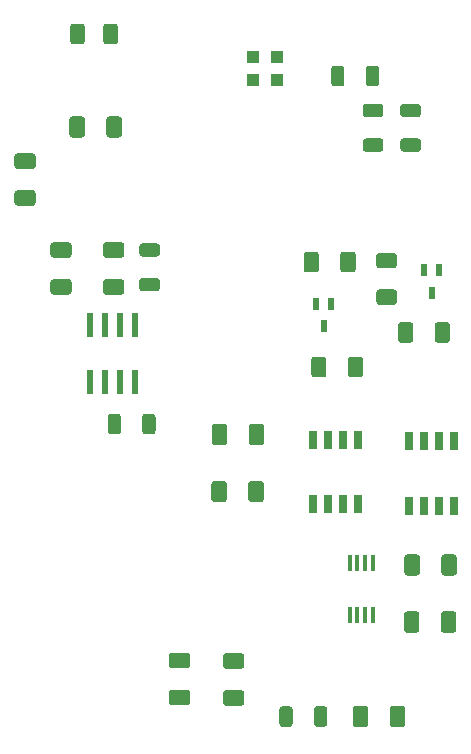
<source format=gbr>
%TF.GenerationSoftware,KiCad,Pcbnew,(5.1.12)-1*%
%TF.CreationDate,2021-12-15T12:49:01+01:00*%
%TF.ProjectId,HorseFOT_thomas_v1,486f7273-6546-44f5-945f-74686f6d6173,rev?*%
%TF.SameCoordinates,Original*%
%TF.FileFunction,Paste,Bot*%
%TF.FilePolarity,Positive*%
%FSLAX46Y46*%
G04 Gerber Fmt 4.6, Leading zero omitted, Abs format (unit mm)*
G04 Created by KiCad (PCBNEW (5.1.12)-1) date 2021-12-15 12:49:01*
%MOMM*%
%LPD*%
G01*
G04 APERTURE LIST*
%ADD10R,0.610000X2.030000*%
%ADD11R,1.000000X1.000000*%
%ADD12R,0.450000X1.400000*%
%ADD13R,0.700000X1.550000*%
%ADD14R,0.550000X1.000000*%
G04 APERTURE END LIST*
D10*
%TO.C,IC1*%
X148717000Y-79920000D03*
X149987000Y-79920000D03*
X151257000Y-79920000D03*
X152527000Y-79920000D03*
X152527000Y-75020000D03*
X151257000Y-75020000D03*
X149987000Y-75020000D03*
X148717000Y-75020000D03*
%TD*%
D11*
%TO.C,IC2*%
X164576000Y-52340000D03*
X162576000Y-52340000D03*
X162576000Y-54340000D03*
X164576000Y-54340000D03*
%TD*%
D12*
%TO.C,U5*%
X172679000Y-95209000D03*
X172029000Y-95209000D03*
X171379000Y-95209000D03*
X170729000Y-95209000D03*
X170729000Y-99609000D03*
X171379000Y-99609000D03*
X172029000Y-99609000D03*
X172679000Y-99609000D03*
%TD*%
D13*
%TO.C,U4*%
X171450000Y-84778000D03*
X170180000Y-84778000D03*
X168910000Y-84778000D03*
X167640000Y-84778000D03*
X167640000Y-90228000D03*
X168910000Y-90228000D03*
X170180000Y-90228000D03*
X171450000Y-90228000D03*
%TD*%
%TO.C,U3*%
X179578000Y-84905000D03*
X178308000Y-84905000D03*
X177038000Y-84905000D03*
X175768000Y-84905000D03*
X175768000Y-90355000D03*
X177038000Y-90355000D03*
X178308000Y-90355000D03*
X179578000Y-90355000D03*
%TD*%
%TO.C,R11*%
G36*
G01*
X168772000Y-77987999D02*
X168772000Y-79238001D01*
G75*
G02*
X168522001Y-79488000I-249999J0D01*
G01*
X167721999Y-79488000D01*
G75*
G02*
X167472000Y-79238001I0J249999D01*
G01*
X167472000Y-77987999D01*
G75*
G02*
X167721999Y-77738000I249999J0D01*
G01*
X168522001Y-77738000D01*
G75*
G02*
X168772000Y-77987999I0J-249999D01*
G01*
G37*
G36*
G01*
X171872000Y-77987999D02*
X171872000Y-79238001D01*
G75*
G02*
X171622001Y-79488000I-249999J0D01*
G01*
X170821999Y-79488000D01*
G75*
G02*
X170572000Y-79238001I0J249999D01*
G01*
X170572000Y-77987999D01*
G75*
G02*
X170821999Y-77738000I249999J0D01*
G01*
X171622001Y-77738000D01*
G75*
G02*
X171872000Y-77987999I0J-249999D01*
G01*
G37*
%TD*%
%TO.C,R10*%
G36*
G01*
X176138000Y-75066999D02*
X176138000Y-76317001D01*
G75*
G02*
X175888001Y-76567000I-249999J0D01*
G01*
X175087999Y-76567000D01*
G75*
G02*
X174838000Y-76317001I0J249999D01*
G01*
X174838000Y-75066999D01*
G75*
G02*
X175087999Y-74817000I249999J0D01*
G01*
X175888001Y-74817000D01*
G75*
G02*
X176138000Y-75066999I0J-249999D01*
G01*
G37*
G36*
G01*
X179238000Y-75066999D02*
X179238000Y-76317001D01*
G75*
G02*
X178988001Y-76567000I-249999J0D01*
G01*
X178187999Y-76567000D01*
G75*
G02*
X177938000Y-76317001I0J249999D01*
G01*
X177938000Y-75066999D01*
G75*
G02*
X178187999Y-74817000I249999J0D01*
G01*
X178988001Y-74817000D01*
G75*
G02*
X179238000Y-75066999I0J-249999D01*
G01*
G37*
%TD*%
%TO.C,R9*%
G36*
G01*
X169937000Y-70348001D02*
X169937000Y-69097999D01*
G75*
G02*
X170186999Y-68848000I249999J0D01*
G01*
X170987001Y-68848000D01*
G75*
G02*
X171237000Y-69097999I0J-249999D01*
G01*
X171237000Y-70348001D01*
G75*
G02*
X170987001Y-70598000I-249999J0D01*
G01*
X170186999Y-70598000D01*
G75*
G02*
X169937000Y-70348001I0J249999D01*
G01*
G37*
G36*
G01*
X166837000Y-70348001D02*
X166837000Y-69097999D01*
G75*
G02*
X167086999Y-68848000I249999J0D01*
G01*
X167887001Y-68848000D01*
G75*
G02*
X168137000Y-69097999I0J-249999D01*
G01*
X168137000Y-70348001D01*
G75*
G02*
X167887001Y-70598000I-249999J0D01*
G01*
X167086999Y-70598000D01*
G75*
G02*
X166837000Y-70348001I0J249999D01*
G01*
G37*
%TD*%
%TO.C,R8*%
G36*
G01*
X174488001Y-70246000D02*
X173237999Y-70246000D01*
G75*
G02*
X172988000Y-69996001I0J249999D01*
G01*
X172988000Y-69195999D01*
G75*
G02*
X173237999Y-68946000I249999J0D01*
G01*
X174488001Y-68946000D01*
G75*
G02*
X174738000Y-69195999I0J-249999D01*
G01*
X174738000Y-69996001D01*
G75*
G02*
X174488001Y-70246000I-249999J0D01*
G01*
G37*
G36*
G01*
X174488001Y-73346000D02*
X173237999Y-73346000D01*
G75*
G02*
X172988000Y-73096001I0J249999D01*
G01*
X172988000Y-72295999D01*
G75*
G02*
X173237999Y-72046000I249999J0D01*
G01*
X174488001Y-72046000D01*
G75*
G02*
X174738000Y-72295999I0J-249999D01*
G01*
X174738000Y-73096001D01*
G75*
G02*
X174488001Y-73346000I-249999J0D01*
G01*
G37*
%TD*%
%TO.C,R6*%
G36*
G01*
X165912500Y-107578998D02*
X165912500Y-108829002D01*
G75*
G02*
X165662502Y-109079000I-249998J0D01*
G01*
X165037498Y-109079000D01*
G75*
G02*
X164787500Y-108829002I0J249998D01*
G01*
X164787500Y-107578998D01*
G75*
G02*
X165037498Y-107329000I249998J0D01*
G01*
X165662502Y-107329000D01*
G75*
G02*
X165912500Y-107578998I0J-249998D01*
G01*
G37*
G36*
G01*
X168837500Y-107578998D02*
X168837500Y-108829002D01*
G75*
G02*
X168587502Y-109079000I-249998J0D01*
G01*
X167962498Y-109079000D01*
G75*
G02*
X167712500Y-108829002I0J249998D01*
G01*
X167712500Y-107578998D01*
G75*
G02*
X167962498Y-107329000I249998J0D01*
G01*
X168587502Y-107329000D01*
G75*
G02*
X168837500Y-107578998I0J-249998D01*
G01*
G37*
%TD*%
%TO.C,R5*%
G36*
G01*
X153171998Y-71069500D02*
X154422002Y-71069500D01*
G75*
G02*
X154672000Y-71319498I0J-249998D01*
G01*
X154672000Y-71944502D01*
G75*
G02*
X154422002Y-72194500I-249998J0D01*
G01*
X153171998Y-72194500D01*
G75*
G02*
X152922000Y-71944502I0J249998D01*
G01*
X152922000Y-71319498D01*
G75*
G02*
X153171998Y-71069500I249998J0D01*
G01*
G37*
G36*
G01*
X153171998Y-68144500D02*
X154422002Y-68144500D01*
G75*
G02*
X154672000Y-68394498I0J-249998D01*
G01*
X154672000Y-69019502D01*
G75*
G02*
X154422002Y-69269500I-249998J0D01*
G01*
X153171998Y-69269500D01*
G75*
G02*
X152922000Y-69019502I0J249998D01*
G01*
X152922000Y-68394498D01*
G75*
G02*
X153171998Y-68144500I249998J0D01*
G01*
G37*
%TD*%
%TO.C,R4*%
G36*
G01*
X153173000Y-84064002D02*
X153173000Y-82813998D01*
G75*
G02*
X153422998Y-82564000I249998J0D01*
G01*
X154048002Y-82564000D01*
G75*
G02*
X154298000Y-82813998I0J-249998D01*
G01*
X154298000Y-84064002D01*
G75*
G02*
X154048002Y-84314000I-249998J0D01*
G01*
X153422998Y-84314000D01*
G75*
G02*
X153173000Y-84064002I0J249998D01*
G01*
G37*
G36*
G01*
X150248000Y-84064002D02*
X150248000Y-82813998D01*
G75*
G02*
X150497998Y-82564000I249998J0D01*
G01*
X151123002Y-82564000D01*
G75*
G02*
X151373000Y-82813998I0J-249998D01*
G01*
X151373000Y-84064002D01*
G75*
G02*
X151123002Y-84314000I-249998J0D01*
G01*
X150497998Y-84314000D01*
G75*
G02*
X150248000Y-84064002I0J249998D01*
G01*
G37*
%TD*%
%TO.C,R3*%
G36*
G01*
X175269998Y-59258500D02*
X176520002Y-59258500D01*
G75*
G02*
X176770000Y-59508498I0J-249998D01*
G01*
X176770000Y-60133502D01*
G75*
G02*
X176520002Y-60383500I-249998J0D01*
G01*
X175269998Y-60383500D01*
G75*
G02*
X175020000Y-60133502I0J249998D01*
G01*
X175020000Y-59508498D01*
G75*
G02*
X175269998Y-59258500I249998J0D01*
G01*
G37*
G36*
G01*
X175269998Y-56333500D02*
X176520002Y-56333500D01*
G75*
G02*
X176770000Y-56583498I0J-249998D01*
G01*
X176770000Y-57208502D01*
G75*
G02*
X176520002Y-57458500I-249998J0D01*
G01*
X175269998Y-57458500D01*
G75*
G02*
X175020000Y-57208502I0J249998D01*
G01*
X175020000Y-56583498D01*
G75*
G02*
X175269998Y-56333500I249998J0D01*
G01*
G37*
%TD*%
%TO.C,R2*%
G36*
G01*
X172094998Y-59258500D02*
X173345002Y-59258500D01*
G75*
G02*
X173595000Y-59508498I0J-249998D01*
G01*
X173595000Y-60133502D01*
G75*
G02*
X173345002Y-60383500I-249998J0D01*
G01*
X172094998Y-60383500D01*
G75*
G02*
X171845000Y-60133502I0J249998D01*
G01*
X171845000Y-59508498D01*
G75*
G02*
X172094998Y-59258500I249998J0D01*
G01*
G37*
G36*
G01*
X172094998Y-56333500D02*
X173345002Y-56333500D01*
G75*
G02*
X173595000Y-56583498I0J-249998D01*
G01*
X173595000Y-57208502D01*
G75*
G02*
X173345002Y-57458500I-249998J0D01*
G01*
X172094998Y-57458500D01*
G75*
G02*
X171845000Y-57208502I0J249998D01*
G01*
X171845000Y-56583498D01*
G75*
G02*
X172094998Y-56333500I249998J0D01*
G01*
G37*
%TD*%
%TO.C,R1*%
G36*
G01*
X172096000Y-54600002D02*
X172096000Y-53349998D01*
G75*
G02*
X172345998Y-53100000I249998J0D01*
G01*
X172971002Y-53100000D01*
G75*
G02*
X173221000Y-53349998I0J-249998D01*
G01*
X173221000Y-54600002D01*
G75*
G02*
X172971002Y-54850000I-249998J0D01*
G01*
X172345998Y-54850000D01*
G75*
G02*
X172096000Y-54600002I0J249998D01*
G01*
G37*
G36*
G01*
X169171000Y-54600002D02*
X169171000Y-53349998D01*
G75*
G02*
X169420998Y-53100000I249998J0D01*
G01*
X170046002Y-53100000D01*
G75*
G02*
X170296000Y-53349998I0J-249998D01*
G01*
X170296000Y-54600002D01*
G75*
G02*
X170046002Y-54850000I-249998J0D01*
G01*
X169420998Y-54850000D01*
G75*
G02*
X169171000Y-54600002I0J249998D01*
G01*
G37*
%TD*%
D14*
%TO.C,Q2*%
X168544000Y-75179000D03*
X169194000Y-73279000D03*
X167894000Y-73279000D03*
%TD*%
%TO.C,Q1*%
X177673000Y-72324000D03*
X178323000Y-70424000D03*
X177023000Y-70424000D03*
%TD*%
%TO.C,D1*%
G36*
G01*
X149870000Y-51044000D02*
X149870000Y-49794000D01*
G75*
G02*
X150120000Y-49544000I250000J0D01*
G01*
X150870000Y-49544000D01*
G75*
G02*
X151120000Y-49794000I0J-250000D01*
G01*
X151120000Y-51044000D01*
G75*
G02*
X150870000Y-51294000I-250000J0D01*
G01*
X150120000Y-51294000D01*
G75*
G02*
X149870000Y-51044000I0J250000D01*
G01*
G37*
G36*
G01*
X147070000Y-51044000D02*
X147070000Y-49794000D01*
G75*
G02*
X147320000Y-49544000I250000J0D01*
G01*
X148070000Y-49544000D01*
G75*
G02*
X148320000Y-49794000I0J-250000D01*
G01*
X148320000Y-51044000D01*
G75*
G02*
X148070000Y-51294000I-250000J0D01*
G01*
X147320000Y-51294000D01*
G75*
G02*
X147070000Y-51044000I0J250000D01*
G01*
G37*
%TD*%
%TO.C,CopAMP2*%
G36*
G01*
X161559002Y-104167500D02*
X160258998Y-104167500D01*
G75*
G02*
X160009000Y-103917502I0J249998D01*
G01*
X160009000Y-103092498D01*
G75*
G02*
X160258998Y-102842500I249998J0D01*
G01*
X161559002Y-102842500D01*
G75*
G02*
X161809000Y-103092498I0J-249998D01*
G01*
X161809000Y-103917502D01*
G75*
G02*
X161559002Y-104167500I-249998J0D01*
G01*
G37*
G36*
G01*
X161559002Y-107292500D02*
X160258998Y-107292500D01*
G75*
G02*
X160009000Y-107042502I0J249998D01*
G01*
X160009000Y-106217498D01*
G75*
G02*
X160258998Y-105967500I249998J0D01*
G01*
X161559002Y-105967500D01*
G75*
G02*
X161809000Y-106217498I0J-249998D01*
G01*
X161809000Y-107042502D01*
G75*
G02*
X161559002Y-107292500I-249998J0D01*
G01*
G37*
%TD*%
%TO.C,CopAMP1*%
G36*
G01*
X156987002Y-104129000D02*
X155686998Y-104129000D01*
G75*
G02*
X155437000Y-103879002I0J249998D01*
G01*
X155437000Y-103053998D01*
G75*
G02*
X155686998Y-102804000I249998J0D01*
G01*
X156987002Y-102804000D01*
G75*
G02*
X157237000Y-103053998I0J-249998D01*
G01*
X157237000Y-103879002D01*
G75*
G02*
X156987002Y-104129000I-249998J0D01*
G01*
G37*
G36*
G01*
X156987002Y-107254000D02*
X155686998Y-107254000D01*
G75*
G02*
X155437000Y-107004002I0J249998D01*
G01*
X155437000Y-106178998D01*
G75*
G02*
X155686998Y-105929000I249998J0D01*
G01*
X156987002Y-105929000D01*
G75*
G02*
X157237000Y-106178998I0J-249998D01*
G01*
X157237000Y-107004002D01*
G75*
G02*
X156987002Y-107254000I-249998J0D01*
G01*
G37*
%TD*%
%TO.C,C21*%
G36*
G01*
X160390000Y-83677998D02*
X160390000Y-84978002D01*
G75*
G02*
X160140002Y-85228000I-249998J0D01*
G01*
X159314998Y-85228000D01*
G75*
G02*
X159065000Y-84978002I0J249998D01*
G01*
X159065000Y-83677998D01*
G75*
G02*
X159314998Y-83428000I249998J0D01*
G01*
X160140002Y-83428000D01*
G75*
G02*
X160390000Y-83677998I0J-249998D01*
G01*
G37*
G36*
G01*
X163515000Y-83677998D02*
X163515000Y-84978002D01*
G75*
G02*
X163265002Y-85228000I-249998J0D01*
G01*
X162439998Y-85228000D01*
G75*
G02*
X162190000Y-84978002I0J249998D01*
G01*
X162190000Y-83677998D01*
G75*
G02*
X162439998Y-83428000I249998J0D01*
G01*
X163265002Y-83428000D01*
G75*
G02*
X163515000Y-83677998I0J-249998D01*
G01*
G37*
%TD*%
%TO.C,C20*%
G36*
G01*
X160351500Y-88503998D02*
X160351500Y-89804002D01*
G75*
G02*
X160101502Y-90054000I-249998J0D01*
G01*
X159276498Y-90054000D01*
G75*
G02*
X159026500Y-89804002I0J249998D01*
G01*
X159026500Y-88503998D01*
G75*
G02*
X159276498Y-88254000I249998J0D01*
G01*
X160101502Y-88254000D01*
G75*
G02*
X160351500Y-88503998I0J-249998D01*
G01*
G37*
G36*
G01*
X163476500Y-88503998D02*
X163476500Y-89804002D01*
G75*
G02*
X163226502Y-90054000I-249998J0D01*
G01*
X162401498Y-90054000D01*
G75*
G02*
X162151500Y-89804002I0J249998D01*
G01*
X162151500Y-88503998D01*
G75*
G02*
X162401498Y-88254000I249998J0D01*
G01*
X163226502Y-88254000D01*
G75*
G02*
X163476500Y-88503998I0J-249998D01*
G01*
G37*
%TD*%
%TO.C,C15*%
G36*
G01*
X176646000Y-99552998D02*
X176646000Y-100853002D01*
G75*
G02*
X176396002Y-101103000I-249998J0D01*
G01*
X175570998Y-101103000D01*
G75*
G02*
X175321000Y-100853002I0J249998D01*
G01*
X175321000Y-99552998D01*
G75*
G02*
X175570998Y-99303000I249998J0D01*
G01*
X176396002Y-99303000D01*
G75*
G02*
X176646000Y-99552998I0J-249998D01*
G01*
G37*
G36*
G01*
X179771000Y-99552998D02*
X179771000Y-100853002D01*
G75*
G02*
X179521002Y-101103000I-249998J0D01*
G01*
X178695998Y-101103000D01*
G75*
G02*
X178446000Y-100853002I0J249998D01*
G01*
X178446000Y-99552998D01*
G75*
G02*
X178695998Y-99303000I249998J0D01*
G01*
X179521002Y-99303000D01*
G75*
G02*
X179771000Y-99552998I0J-249998D01*
G01*
G37*
%TD*%
%TO.C,C14*%
G36*
G01*
X176684500Y-94726998D02*
X176684500Y-96027002D01*
G75*
G02*
X176434502Y-96277000I-249998J0D01*
G01*
X175609498Y-96277000D01*
G75*
G02*
X175359500Y-96027002I0J249998D01*
G01*
X175359500Y-94726998D01*
G75*
G02*
X175609498Y-94477000I249998J0D01*
G01*
X176434502Y-94477000D01*
G75*
G02*
X176684500Y-94726998I0J-249998D01*
G01*
G37*
G36*
G01*
X179809500Y-94726998D02*
X179809500Y-96027002D01*
G75*
G02*
X179559502Y-96277000I-249998J0D01*
G01*
X178734498Y-96277000D01*
G75*
G02*
X178484500Y-96027002I0J249998D01*
G01*
X178484500Y-94726998D01*
G75*
G02*
X178734498Y-94477000I249998J0D01*
G01*
X179559502Y-94477000D01*
G75*
G02*
X179809500Y-94726998I0J-249998D01*
G01*
G37*
%TD*%
%TO.C,C12*%
G36*
G01*
X174128000Y-108854002D02*
X174128000Y-107553998D01*
G75*
G02*
X174377998Y-107304000I249998J0D01*
G01*
X175203002Y-107304000D01*
G75*
G02*
X175453000Y-107553998I0J-249998D01*
G01*
X175453000Y-108854002D01*
G75*
G02*
X175203002Y-109104000I-249998J0D01*
G01*
X174377998Y-109104000D01*
G75*
G02*
X174128000Y-108854002I0J249998D01*
G01*
G37*
G36*
G01*
X171003000Y-108854002D02*
X171003000Y-107553998D01*
G75*
G02*
X171252998Y-107304000I249998J0D01*
G01*
X172078002Y-107304000D01*
G75*
G02*
X172328000Y-107553998I0J-249998D01*
G01*
X172328000Y-108854002D01*
G75*
G02*
X172078002Y-109104000I-249998J0D01*
G01*
X171252998Y-109104000D01*
G75*
G02*
X171003000Y-108854002I0J249998D01*
G01*
G37*
%TD*%
%TO.C,C11*%
G36*
G01*
X146954002Y-69369500D02*
X145653998Y-69369500D01*
G75*
G02*
X145404000Y-69119502I0J249998D01*
G01*
X145404000Y-68294498D01*
G75*
G02*
X145653998Y-68044500I249998J0D01*
G01*
X146954002Y-68044500D01*
G75*
G02*
X147204000Y-68294498I0J-249998D01*
G01*
X147204000Y-69119502D01*
G75*
G02*
X146954002Y-69369500I-249998J0D01*
G01*
G37*
G36*
G01*
X146954002Y-72494500D02*
X145653998Y-72494500D01*
G75*
G02*
X145404000Y-72244502I0J249998D01*
G01*
X145404000Y-71419498D01*
G75*
G02*
X145653998Y-71169500I249998J0D01*
G01*
X146954002Y-71169500D01*
G75*
G02*
X147204000Y-71419498I0J-249998D01*
G01*
X147204000Y-72244502D01*
G75*
G02*
X146954002Y-72494500I-249998J0D01*
G01*
G37*
%TD*%
%TO.C,C10*%
G36*
G01*
X150098998Y-71169500D02*
X151399002Y-71169500D01*
G75*
G02*
X151649000Y-71419498I0J-249998D01*
G01*
X151649000Y-72244502D01*
G75*
G02*
X151399002Y-72494500I-249998J0D01*
G01*
X150098998Y-72494500D01*
G75*
G02*
X149849000Y-72244502I0J249998D01*
G01*
X149849000Y-71419498D01*
G75*
G02*
X150098998Y-71169500I249998J0D01*
G01*
G37*
G36*
G01*
X150098998Y-68044500D02*
X151399002Y-68044500D01*
G75*
G02*
X151649000Y-68294498I0J-249998D01*
G01*
X151649000Y-69119502D01*
G75*
G02*
X151399002Y-69369500I-249998J0D01*
G01*
X150098998Y-69369500D01*
G75*
G02*
X149849000Y-69119502I0J249998D01*
G01*
X149849000Y-68294498D01*
G75*
G02*
X150098998Y-68044500I249998J0D01*
G01*
G37*
%TD*%
%TO.C,C7*%
G36*
G01*
X143906002Y-61838000D02*
X142605998Y-61838000D01*
G75*
G02*
X142356000Y-61588002I0J249998D01*
G01*
X142356000Y-60762998D01*
G75*
G02*
X142605998Y-60513000I249998J0D01*
G01*
X143906002Y-60513000D01*
G75*
G02*
X144156000Y-60762998I0J-249998D01*
G01*
X144156000Y-61588002D01*
G75*
G02*
X143906002Y-61838000I-249998J0D01*
G01*
G37*
G36*
G01*
X143906002Y-64963000D02*
X142605998Y-64963000D01*
G75*
G02*
X142356000Y-64713002I0J249998D01*
G01*
X142356000Y-63887998D01*
G75*
G02*
X142605998Y-63638000I249998J0D01*
G01*
X143906002Y-63638000D01*
G75*
G02*
X144156000Y-63887998I0J-249998D01*
G01*
X144156000Y-64713002D01*
G75*
G02*
X143906002Y-64963000I-249998J0D01*
G01*
G37*
%TD*%
%TO.C,C6*%
G36*
G01*
X150125000Y-58943002D02*
X150125000Y-57642998D01*
G75*
G02*
X150374998Y-57393000I249998J0D01*
G01*
X151200002Y-57393000D01*
G75*
G02*
X151450000Y-57642998I0J-249998D01*
G01*
X151450000Y-58943002D01*
G75*
G02*
X151200002Y-59193000I-249998J0D01*
G01*
X150374998Y-59193000D01*
G75*
G02*
X150125000Y-58943002I0J249998D01*
G01*
G37*
G36*
G01*
X147000000Y-58943002D02*
X147000000Y-57642998D01*
G75*
G02*
X147249998Y-57393000I249998J0D01*
G01*
X148075002Y-57393000D01*
G75*
G02*
X148325000Y-57642998I0J-249998D01*
G01*
X148325000Y-58943002D01*
G75*
G02*
X148075002Y-59193000I-249998J0D01*
G01*
X147249998Y-59193000D01*
G75*
G02*
X147000000Y-58943002I0J249998D01*
G01*
G37*
%TD*%
M02*

</source>
